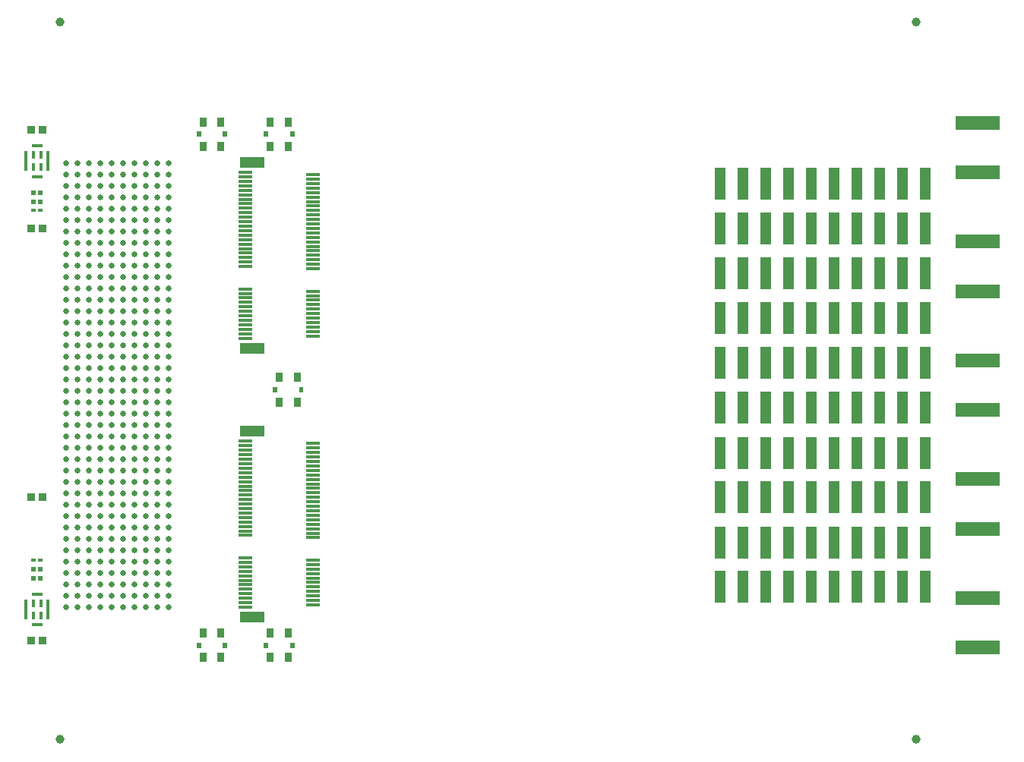
<source format=gtp>
G04*
G04 #@! TF.GenerationSoftware,Altium Limited,Altium NEXUS,4.1.1 (18)*
G04*
G04 Layer_Color=8421504*
%FSLAX44Y44*%
%MOMM*%
G71*
G04*
G04 #@! TF.SameCoordinates,4F3881F6-B343-40B9-83C6-DCB6D38B7AD4*
G04*
G04*
G04 #@! TF.FilePolarity,Positive*
G04*
G01*
G75*
%ADD11C,1.0000*%
%ADD13R,5.0000X1.6000*%
%ADD14R,1.2700X3.6800*%
%ADD21C,0.6400*%
%ADD22R,0.8500X0.9000*%
%ADD23R,1.5500X0.3000*%
%ADD24R,2.7500X1.2000*%
%ADD25R,0.5000X0.4500*%
%ADD26R,0.4000X0.9500*%
%ADD27R,0.3500X2.3000*%
%ADD28R,1.3000X0.3500*%
%ADD29R,0.5600X0.5200*%
G36*
X337750Y733763D02*
X330229D01*
Y743750D01*
X337750D01*
Y733763D01*
D02*
G37*
G36*
X262750D02*
X255229D01*
Y743750D01*
X262750D01*
Y733763D01*
D02*
G37*
G36*
X357750Y733750D02*
X350250D01*
Y743750D01*
X357750D01*
Y733750D01*
D02*
G37*
G36*
X282750D02*
X275250D01*
Y743750D01*
X282750D01*
Y733750D01*
D02*
G37*
G36*
X361000Y721999D02*
X356003D01*
Y728000D01*
X361000D01*
Y721999D01*
D02*
G37*
G36*
X286000D02*
X281003D01*
Y728000D01*
X286000D01*
Y721999D01*
D02*
G37*
G36*
X332000Y721996D02*
X326976D01*
Y728000D01*
X332000D01*
Y721996D01*
D02*
G37*
G36*
X257000D02*
X251976D01*
Y728000D01*
X257000D01*
Y721996D01*
D02*
G37*
G36*
X337750Y706234D02*
X330238D01*
Y716250D01*
X337750D01*
Y706234D01*
D02*
G37*
G36*
X262750D02*
X255238D01*
Y716250D01*
X262750D01*
Y706234D01*
D02*
G37*
G36*
X357750Y706233D02*
X350256D01*
Y716250D01*
X357750D01*
Y706233D01*
D02*
G37*
G36*
X282750D02*
X275256D01*
Y716250D01*
X282750D01*
Y706233D01*
D02*
G37*
G36*
X367762Y448750D02*
X360250D01*
Y458767D01*
X367762D01*
Y448750D01*
D02*
G37*
G36*
X347744D02*
X340250D01*
Y458767D01*
X347744D01*
Y448750D01*
D02*
G37*
G36*
X371024Y437000D02*
X366000D01*
Y443004D01*
X371024D01*
Y437000D01*
D02*
G37*
G36*
X341997D02*
X337000D01*
Y443001D01*
X341997D01*
Y437000D01*
D02*
G37*
G36*
X367771Y421250D02*
X360250D01*
Y431237D01*
X367771D01*
Y421250D01*
D02*
G37*
G36*
X347750D02*
X340250D01*
Y431250D01*
X347750D01*
Y421250D01*
D02*
G37*
G36*
X337750Y163763D02*
X330229D01*
Y173750D01*
X337750D01*
Y163763D01*
D02*
G37*
G36*
X262750D02*
X255229D01*
Y173750D01*
X262750D01*
Y163763D01*
D02*
G37*
G36*
X357750Y163750D02*
X350250D01*
Y173750D01*
X357750D01*
Y163750D01*
D02*
G37*
G36*
X282750D02*
X275250D01*
Y173750D01*
X282750D01*
Y163750D01*
D02*
G37*
G36*
X361000Y151999D02*
X356003D01*
Y158000D01*
X361000D01*
Y151999D01*
D02*
G37*
G36*
X286000D02*
X281003D01*
Y158000D01*
X286000D01*
Y151999D01*
D02*
G37*
G36*
X332000Y151996D02*
X326976D01*
Y158000D01*
X332000D01*
Y151996D01*
D02*
G37*
G36*
X257000D02*
X251976D01*
Y158000D01*
X257000D01*
Y151996D01*
D02*
G37*
G36*
X337750Y136234D02*
X330238D01*
Y146250D01*
X337750D01*
Y136234D01*
D02*
G37*
G36*
X262750D02*
X255238D01*
Y146250D01*
X262750D01*
Y136234D01*
D02*
G37*
G36*
X357750Y136233D02*
X350256D01*
Y146250D01*
X357750D01*
Y136233D01*
D02*
G37*
G36*
X282750D02*
X275256D01*
Y146250D01*
X282750D01*
Y136233D01*
D02*
G37*
D11*
X100000Y50000D02*
D03*
X1054000D02*
D03*
Y850000D02*
D03*
X100000D02*
D03*
D13*
X1122400Y340200D02*
D03*
Y284800D02*
D03*
Y207700D02*
D03*
Y152300D02*
D03*
Y737700D02*
D03*
Y682300D02*
D03*
Y605200D02*
D03*
Y549800D02*
D03*
Y472700D02*
D03*
Y417300D02*
D03*
D14*
X861100Y220250D02*
D03*
X886500D02*
D03*
X911900D02*
D03*
X937300D02*
D03*
X962700D02*
D03*
X988100D02*
D03*
X1013500D02*
D03*
X1038900D02*
D03*
X1064300D02*
D03*
X835700D02*
D03*
Y269750D02*
D03*
X861100D02*
D03*
X886500D02*
D03*
X911900D02*
D03*
X937300D02*
D03*
X962700D02*
D03*
X988100D02*
D03*
X1013500D02*
D03*
X1038900D02*
D03*
X1064300D02*
D03*
X861100Y420250D02*
D03*
X886500D02*
D03*
X911900D02*
D03*
X937300D02*
D03*
X962700D02*
D03*
X988100D02*
D03*
X1013500D02*
D03*
X1038900D02*
D03*
X1064300D02*
D03*
X835700D02*
D03*
Y469750D02*
D03*
X861100D02*
D03*
X886500D02*
D03*
X911900D02*
D03*
X937300D02*
D03*
X962700D02*
D03*
X988100D02*
D03*
X1013500D02*
D03*
X1038900D02*
D03*
X1064300D02*
D03*
X861100Y520250D02*
D03*
X886500D02*
D03*
X911900D02*
D03*
X937300D02*
D03*
X962700D02*
D03*
X988100D02*
D03*
X1013500D02*
D03*
X1038900D02*
D03*
X1064300D02*
D03*
X835700D02*
D03*
Y569750D02*
D03*
X861100D02*
D03*
X886500D02*
D03*
X911900D02*
D03*
X937300D02*
D03*
X962700D02*
D03*
X988100D02*
D03*
X1013500D02*
D03*
X1038900D02*
D03*
X1064300D02*
D03*
X861100Y620250D02*
D03*
X886500D02*
D03*
X911900D02*
D03*
X937300D02*
D03*
X962700D02*
D03*
X988100D02*
D03*
X1013500D02*
D03*
X1038900D02*
D03*
X1064300D02*
D03*
X835700D02*
D03*
Y669750D02*
D03*
X861100D02*
D03*
X886500D02*
D03*
X911900D02*
D03*
X937300D02*
D03*
X962700D02*
D03*
X988100D02*
D03*
X1013500D02*
D03*
X1038900D02*
D03*
X1064300D02*
D03*
X861100Y320250D02*
D03*
X886500D02*
D03*
X911900D02*
D03*
X937300D02*
D03*
X962700D02*
D03*
X988100D02*
D03*
X1013500D02*
D03*
X1038900D02*
D03*
X1064300D02*
D03*
X835700D02*
D03*
Y369750D02*
D03*
X861100D02*
D03*
X886500D02*
D03*
X911900D02*
D03*
X937300D02*
D03*
X962700D02*
D03*
X988100D02*
D03*
X1013500D02*
D03*
X1038900D02*
D03*
X1064300D02*
D03*
D21*
X144950Y324350D02*
D03*
Y337050D02*
D03*
Y375150D02*
D03*
Y400550D02*
D03*
Y413250D02*
D03*
X132250Y311650D02*
D03*
Y324350D02*
D03*
Y362450D02*
D03*
Y375150D02*
D03*
X106850Y210050D02*
D03*
Y222750D02*
D03*
Y260850D02*
D03*
Y273550D02*
D03*
Y311650D02*
D03*
Y324350D02*
D03*
Y362450D02*
D03*
Y375150D02*
D03*
Y413250D02*
D03*
Y425950D02*
D03*
Y464050D02*
D03*
Y476750D02*
D03*
Y514850D02*
D03*
Y527550D02*
D03*
Y565650D02*
D03*
Y578350D02*
D03*
Y616450D02*
D03*
Y629150D02*
D03*
Y667250D02*
D03*
Y679950D02*
D03*
X119550Y197350D02*
D03*
Y235450D02*
D03*
Y248150D02*
D03*
Y286250D02*
D03*
Y298950D02*
D03*
Y337050D02*
D03*
Y349750D02*
D03*
Y387850D02*
D03*
Y400550D02*
D03*
Y438650D02*
D03*
Y451350D02*
D03*
Y489450D02*
D03*
Y502150D02*
D03*
Y540250D02*
D03*
Y552950D02*
D03*
Y591050D02*
D03*
Y603750D02*
D03*
Y641850D02*
D03*
Y654550D02*
D03*
Y692650D02*
D03*
X132250Y210050D02*
D03*
Y222750D02*
D03*
Y260850D02*
D03*
Y273550D02*
D03*
Y565650D02*
D03*
Y578350D02*
D03*
Y616450D02*
D03*
X144950Y197350D02*
D03*
Y235450D02*
D03*
Y248150D02*
D03*
Y552950D02*
D03*
Y565650D02*
D03*
Y578350D02*
D03*
Y591050D02*
D03*
Y603750D02*
D03*
Y616450D02*
D03*
Y629150D02*
D03*
X157650Y210050D02*
D03*
Y222750D02*
D03*
Y260850D02*
D03*
Y273550D02*
D03*
Y298950D02*
D03*
Y311650D02*
D03*
Y337050D02*
D03*
Y349750D02*
D03*
Y375150D02*
D03*
Y387850D02*
D03*
Y413250D02*
D03*
Y425950D02*
D03*
Y451350D02*
D03*
Y464050D02*
D03*
Y489450D02*
D03*
Y502150D02*
D03*
Y527550D02*
D03*
Y540250D02*
D03*
Y565650D02*
D03*
Y578350D02*
D03*
Y603750D02*
D03*
Y616450D02*
D03*
Y641850D02*
D03*
Y654550D02*
D03*
X170350Y197350D02*
D03*
Y235450D02*
D03*
Y248150D02*
D03*
Y273550D02*
D03*
Y286250D02*
D03*
Y311650D02*
D03*
Y324350D02*
D03*
Y349750D02*
D03*
Y362450D02*
D03*
Y387850D02*
D03*
Y400550D02*
D03*
Y425950D02*
D03*
Y438650D02*
D03*
Y464050D02*
D03*
Y476750D02*
D03*
Y502150D02*
D03*
Y514850D02*
D03*
Y540250D02*
D03*
Y552950D02*
D03*
Y578350D02*
D03*
Y591050D02*
D03*
Y616450D02*
D03*
Y629150D02*
D03*
Y654550D02*
D03*
Y667250D02*
D03*
X183050Y210050D02*
D03*
Y222750D02*
D03*
X195750Y197350D02*
D03*
Y210050D02*
D03*
Y235450D02*
D03*
Y248150D02*
D03*
X106850Y235450D02*
D03*
Y248150D02*
D03*
Y286250D02*
D03*
Y298950D02*
D03*
Y337050D02*
D03*
Y349750D02*
D03*
Y387850D02*
D03*
Y400550D02*
D03*
Y438650D02*
D03*
Y451350D02*
D03*
Y489450D02*
D03*
Y502150D02*
D03*
Y540250D02*
D03*
Y552950D02*
D03*
Y591050D02*
D03*
Y603750D02*
D03*
Y641850D02*
D03*
Y654550D02*
D03*
Y692650D02*
D03*
Y197350D02*
D03*
X119550Y210050D02*
D03*
Y222750D02*
D03*
Y260850D02*
D03*
Y273550D02*
D03*
Y311650D02*
D03*
Y324350D02*
D03*
Y362450D02*
D03*
Y375150D02*
D03*
Y413250D02*
D03*
Y425950D02*
D03*
Y464050D02*
D03*
Y476750D02*
D03*
Y514850D02*
D03*
Y527550D02*
D03*
Y565650D02*
D03*
Y578350D02*
D03*
Y616450D02*
D03*
Y629150D02*
D03*
Y667250D02*
D03*
Y679950D02*
D03*
X132250Y197350D02*
D03*
Y235450D02*
D03*
Y248150D02*
D03*
Y286250D02*
D03*
Y298950D02*
D03*
Y337050D02*
D03*
Y349750D02*
D03*
Y387850D02*
D03*
Y400550D02*
D03*
Y413250D02*
D03*
Y425950D02*
D03*
Y438650D02*
D03*
Y451350D02*
D03*
Y464050D02*
D03*
Y476750D02*
D03*
Y489450D02*
D03*
Y502150D02*
D03*
Y514850D02*
D03*
Y527550D02*
D03*
Y540250D02*
D03*
Y552950D02*
D03*
Y591050D02*
D03*
Y603750D02*
D03*
Y629150D02*
D03*
Y641850D02*
D03*
Y654550D02*
D03*
Y667250D02*
D03*
Y679950D02*
D03*
Y692650D02*
D03*
X144950Y210050D02*
D03*
Y222750D02*
D03*
Y260850D02*
D03*
Y273550D02*
D03*
Y286250D02*
D03*
Y298950D02*
D03*
Y311650D02*
D03*
Y349750D02*
D03*
Y362450D02*
D03*
Y387850D02*
D03*
Y425950D02*
D03*
Y438650D02*
D03*
Y451350D02*
D03*
Y464050D02*
D03*
Y476750D02*
D03*
Y489450D02*
D03*
Y502150D02*
D03*
Y514850D02*
D03*
Y527550D02*
D03*
Y540250D02*
D03*
Y641850D02*
D03*
Y654550D02*
D03*
Y667250D02*
D03*
Y679950D02*
D03*
Y692650D02*
D03*
X157650Y197350D02*
D03*
Y235450D02*
D03*
Y248150D02*
D03*
Y286250D02*
D03*
Y324350D02*
D03*
Y362450D02*
D03*
Y400550D02*
D03*
Y438650D02*
D03*
Y476750D02*
D03*
Y514850D02*
D03*
Y552950D02*
D03*
Y591050D02*
D03*
Y629150D02*
D03*
Y667250D02*
D03*
Y679950D02*
D03*
Y692650D02*
D03*
X170350Y210050D02*
D03*
Y222750D02*
D03*
Y260850D02*
D03*
Y298950D02*
D03*
Y337050D02*
D03*
Y375150D02*
D03*
Y413250D02*
D03*
Y451350D02*
D03*
Y489450D02*
D03*
Y527550D02*
D03*
Y565650D02*
D03*
Y603750D02*
D03*
Y641850D02*
D03*
Y679950D02*
D03*
Y692650D02*
D03*
X183050Y197350D02*
D03*
Y235450D02*
D03*
Y248150D02*
D03*
Y260850D02*
D03*
Y273550D02*
D03*
Y286250D02*
D03*
Y298950D02*
D03*
Y311650D02*
D03*
Y324350D02*
D03*
Y337050D02*
D03*
Y349750D02*
D03*
Y362450D02*
D03*
Y375150D02*
D03*
Y387850D02*
D03*
Y400550D02*
D03*
Y413250D02*
D03*
Y425950D02*
D03*
Y438650D02*
D03*
Y451350D02*
D03*
Y464050D02*
D03*
Y476750D02*
D03*
Y489450D02*
D03*
Y502150D02*
D03*
Y514850D02*
D03*
Y527550D02*
D03*
Y540250D02*
D03*
Y552950D02*
D03*
Y565650D02*
D03*
Y578350D02*
D03*
Y591050D02*
D03*
Y603750D02*
D03*
Y616450D02*
D03*
Y629150D02*
D03*
Y641850D02*
D03*
Y654550D02*
D03*
Y667250D02*
D03*
Y679950D02*
D03*
Y692650D02*
D03*
X195750Y222750D02*
D03*
Y260850D02*
D03*
Y273550D02*
D03*
Y286250D02*
D03*
Y298950D02*
D03*
Y311650D02*
D03*
Y324350D02*
D03*
Y337050D02*
D03*
Y349750D02*
D03*
Y362450D02*
D03*
Y375150D02*
D03*
Y387850D02*
D03*
Y400550D02*
D03*
Y413250D02*
D03*
Y425950D02*
D03*
Y438650D02*
D03*
Y451350D02*
D03*
Y464050D02*
D03*
Y476750D02*
D03*
Y489450D02*
D03*
Y502150D02*
D03*
Y514850D02*
D03*
Y527550D02*
D03*
Y540250D02*
D03*
Y552950D02*
D03*
Y565650D02*
D03*
Y578350D02*
D03*
Y591050D02*
D03*
Y603750D02*
D03*
Y616450D02*
D03*
Y629150D02*
D03*
Y641850D02*
D03*
Y654550D02*
D03*
Y667250D02*
D03*
Y679950D02*
D03*
Y692650D02*
D03*
X208450Y197350D02*
D03*
Y210050D02*
D03*
Y222750D02*
D03*
Y235450D02*
D03*
Y248150D02*
D03*
Y260850D02*
D03*
Y273550D02*
D03*
Y286250D02*
D03*
Y298950D02*
D03*
Y311650D02*
D03*
Y324350D02*
D03*
Y337050D02*
D03*
Y349750D02*
D03*
Y362450D02*
D03*
Y375150D02*
D03*
Y387850D02*
D03*
Y400550D02*
D03*
Y413250D02*
D03*
Y425950D02*
D03*
Y438650D02*
D03*
Y451350D02*
D03*
Y464050D02*
D03*
Y476750D02*
D03*
Y489450D02*
D03*
Y502150D02*
D03*
Y514850D02*
D03*
Y527550D02*
D03*
Y540250D02*
D03*
Y552950D02*
D03*
Y565650D02*
D03*
Y578350D02*
D03*
Y591050D02*
D03*
Y603750D02*
D03*
Y616450D02*
D03*
Y629150D02*
D03*
Y641850D02*
D03*
Y654550D02*
D03*
Y667250D02*
D03*
Y679950D02*
D03*
Y692650D02*
D03*
X221150Y197350D02*
D03*
Y210050D02*
D03*
Y222750D02*
D03*
Y235450D02*
D03*
Y248150D02*
D03*
Y260850D02*
D03*
Y273550D02*
D03*
Y286250D02*
D03*
Y298950D02*
D03*
Y311650D02*
D03*
Y324350D02*
D03*
Y337050D02*
D03*
Y349750D02*
D03*
Y362450D02*
D03*
Y375150D02*
D03*
Y387850D02*
D03*
Y400550D02*
D03*
Y413250D02*
D03*
Y425950D02*
D03*
Y438650D02*
D03*
Y451350D02*
D03*
Y464050D02*
D03*
Y476750D02*
D03*
Y489450D02*
D03*
Y502150D02*
D03*
Y514850D02*
D03*
Y527550D02*
D03*
Y540250D02*
D03*
Y552950D02*
D03*
Y565650D02*
D03*
Y578350D02*
D03*
Y591050D02*
D03*
Y603750D02*
D03*
Y616450D02*
D03*
Y629150D02*
D03*
Y641850D02*
D03*
Y654550D02*
D03*
Y667250D02*
D03*
Y679950D02*
D03*
Y692650D02*
D03*
D22*
X80500Y320000D02*
D03*
X67500D02*
D03*
X80500Y620000D02*
D03*
X67500D02*
D03*
X80500Y160000D02*
D03*
X67500D02*
D03*
X80500Y730000D02*
D03*
X67500D02*
D03*
D23*
X381750Y360000D02*
D03*
Y355000D02*
D03*
Y350000D02*
D03*
Y345000D02*
D03*
Y380000D02*
D03*
Y375000D02*
D03*
Y370000D02*
D03*
Y365000D02*
D03*
Y340000D02*
D03*
Y335000D02*
D03*
Y330000D02*
D03*
Y325000D02*
D03*
Y320000D02*
D03*
Y315000D02*
D03*
Y310000D02*
D03*
Y305000D02*
D03*
Y300000D02*
D03*
Y295000D02*
D03*
Y290000D02*
D03*
Y285000D02*
D03*
Y280000D02*
D03*
Y275000D02*
D03*
Y250000D02*
D03*
Y245000D02*
D03*
Y240000D02*
D03*
Y235000D02*
D03*
Y230000D02*
D03*
Y225000D02*
D03*
Y220000D02*
D03*
Y215000D02*
D03*
Y210000D02*
D03*
Y205000D02*
D03*
Y200000D02*
D03*
X306250Y197500D02*
D03*
Y202500D02*
D03*
Y207500D02*
D03*
Y212500D02*
D03*
Y217500D02*
D03*
Y222500D02*
D03*
Y227500D02*
D03*
Y232500D02*
D03*
Y237500D02*
D03*
Y242500D02*
D03*
Y247500D02*
D03*
Y252500D02*
D03*
Y277500D02*
D03*
Y282500D02*
D03*
Y287500D02*
D03*
Y292500D02*
D03*
Y297500D02*
D03*
Y302500D02*
D03*
Y307500D02*
D03*
Y312500D02*
D03*
Y317500D02*
D03*
Y322500D02*
D03*
Y327500D02*
D03*
Y332500D02*
D03*
Y337500D02*
D03*
Y362500D02*
D03*
Y367500D02*
D03*
Y372500D02*
D03*
Y377500D02*
D03*
Y382500D02*
D03*
Y342500D02*
D03*
Y347500D02*
D03*
Y352500D02*
D03*
Y357500D02*
D03*
X381750Y660000D02*
D03*
Y655000D02*
D03*
Y650000D02*
D03*
Y645000D02*
D03*
Y680000D02*
D03*
Y675000D02*
D03*
Y670000D02*
D03*
Y665000D02*
D03*
Y640000D02*
D03*
Y635000D02*
D03*
Y630000D02*
D03*
Y625000D02*
D03*
Y620000D02*
D03*
Y615000D02*
D03*
Y610000D02*
D03*
Y605000D02*
D03*
Y600000D02*
D03*
Y595000D02*
D03*
Y590000D02*
D03*
Y585000D02*
D03*
Y580000D02*
D03*
Y575000D02*
D03*
Y550000D02*
D03*
Y545000D02*
D03*
Y540000D02*
D03*
Y535000D02*
D03*
Y530000D02*
D03*
Y525000D02*
D03*
Y520000D02*
D03*
Y515000D02*
D03*
Y510000D02*
D03*
Y505000D02*
D03*
Y500000D02*
D03*
X306250Y497500D02*
D03*
Y502500D02*
D03*
Y507500D02*
D03*
Y512500D02*
D03*
Y517500D02*
D03*
Y522500D02*
D03*
Y527500D02*
D03*
Y532500D02*
D03*
Y537500D02*
D03*
Y542500D02*
D03*
Y547500D02*
D03*
Y552500D02*
D03*
Y577500D02*
D03*
Y582500D02*
D03*
Y587500D02*
D03*
Y592500D02*
D03*
Y597500D02*
D03*
Y602500D02*
D03*
Y607500D02*
D03*
Y612500D02*
D03*
Y617500D02*
D03*
Y622500D02*
D03*
Y627500D02*
D03*
Y632500D02*
D03*
Y637500D02*
D03*
Y662500D02*
D03*
Y667500D02*
D03*
Y672500D02*
D03*
Y677500D02*
D03*
Y682500D02*
D03*
Y642500D02*
D03*
Y647500D02*
D03*
Y652500D02*
D03*
Y657500D02*
D03*
D24*
X314000Y393500D02*
D03*
Y186500D02*
D03*
Y693500D02*
D03*
Y486500D02*
D03*
D25*
X77750Y640000D02*
D03*
X70250D02*
D03*
Y250000D02*
D03*
X77750D02*
D03*
D26*
X69750Y701750D02*
D03*
X78250D02*
D03*
X69750Y688250D02*
D03*
X78250D02*
D03*
Y188250D02*
D03*
X69750D02*
D03*
X78250Y201750D02*
D03*
X69750D02*
D03*
D27*
X61750Y695000D02*
D03*
X86250D02*
D03*
Y195000D02*
D03*
X61750D02*
D03*
D28*
X74000Y712250D02*
D03*
Y677750D02*
D03*
Y177750D02*
D03*
Y212250D02*
D03*
D29*
X70100Y660000D02*
D03*
X77900D02*
D03*
X77800Y650000D02*
D03*
X70200D02*
D03*
X77900Y230000D02*
D03*
X70100D02*
D03*
X70200Y240000D02*
D03*
X77800D02*
D03*
M02*

</source>
